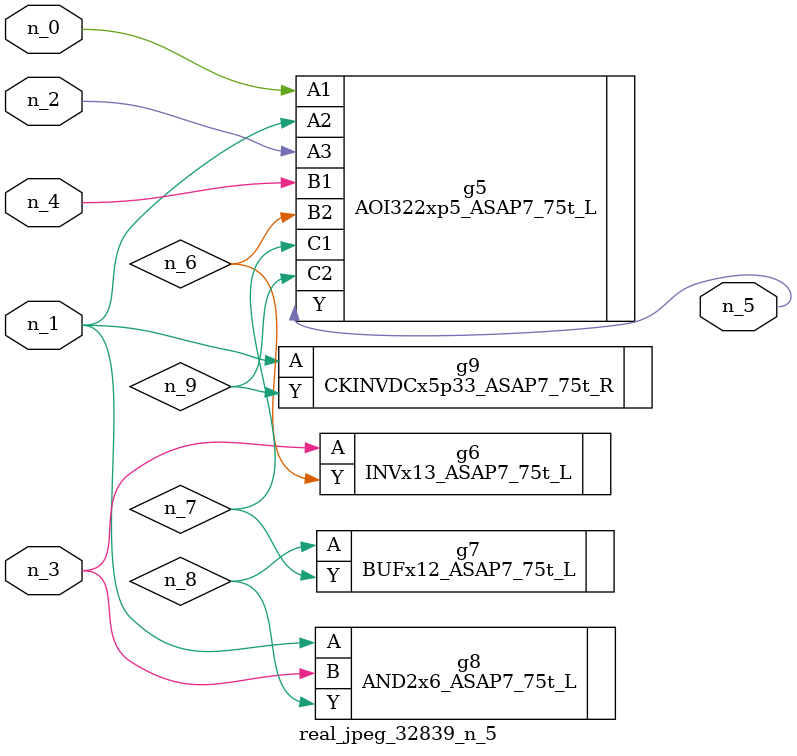
<source format=v>
module real_jpeg_32839_n_5 (n_4, n_0, n_1, n_2, n_3, n_5);

input n_4;
input n_0;
input n_1;
input n_2;
input n_3;

output n_5;

wire n_8;
wire n_6;
wire n_7;
wire n_9;

AOI322xp5_ASAP7_75t_L g5 ( 
.A1(n_0),
.A2(n_1),
.A3(n_2),
.B1(n_4),
.B2(n_6),
.C1(n_7),
.C2(n_9),
.Y(n_5)
);

AND2x6_ASAP7_75t_L g8 ( 
.A(n_1),
.B(n_3),
.Y(n_8)
);

CKINVDCx5p33_ASAP7_75t_R g9 ( 
.A(n_1),
.Y(n_9)
);

INVx13_ASAP7_75t_L g6 ( 
.A(n_3),
.Y(n_6)
);

BUFx12_ASAP7_75t_L g7 ( 
.A(n_8),
.Y(n_7)
);


endmodule
</source>
